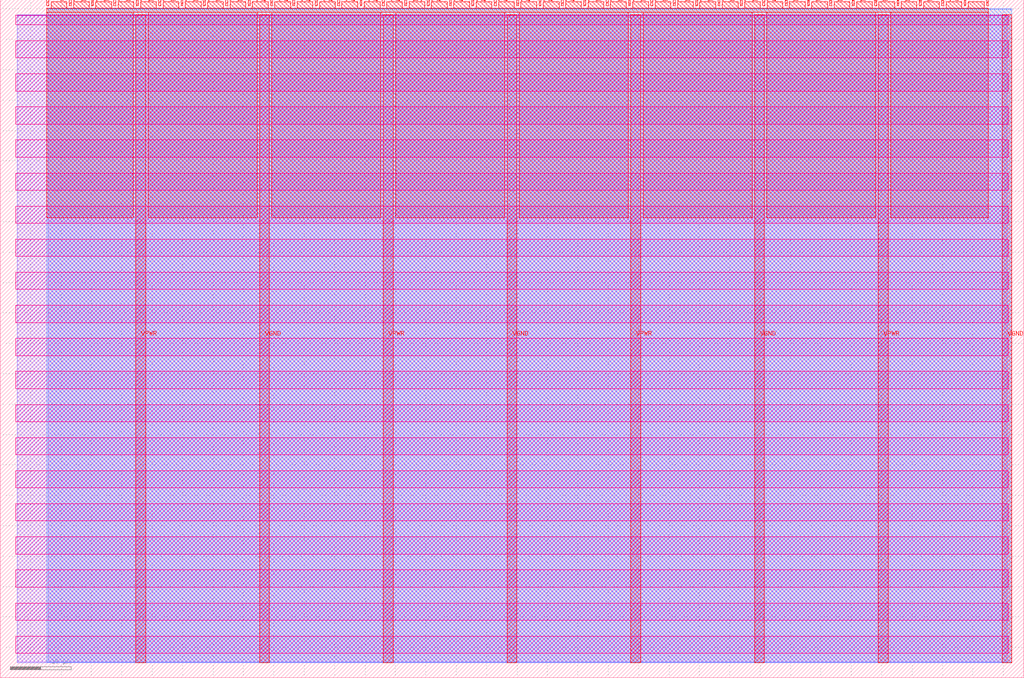
<source format=lef>
VERSION 5.7 ;
  NOWIREEXTENSIONATPIN ON ;
  DIVIDERCHAR "/" ;
  BUSBITCHARS "[]" ;
MACRO tt_um_top
  CLASS BLOCK ;
  FOREIGN tt_um_top ;
  ORIGIN 0.000 0.000 ;
  SIZE 168.360 BY 111.520 ;
  PIN VGND
    DIRECTION INOUT ;
    USE GROUND ;
    PORT
      LAYER met4 ;
        RECT 42.670 2.480 44.270 109.040 ;
    END
    PORT
      LAYER met4 ;
        RECT 83.380 2.480 84.980 109.040 ;
    END
    PORT
      LAYER met4 ;
        RECT 124.090 2.480 125.690 109.040 ;
    END
    PORT
      LAYER met4 ;
        RECT 164.800 2.480 166.400 109.040 ;
    END
  END VGND
  PIN VPWR
    DIRECTION INOUT ;
    USE POWER ;
    PORT
      LAYER met4 ;
        RECT 22.315 2.480 23.915 109.040 ;
    END
    PORT
      LAYER met4 ;
        RECT 63.025 2.480 64.625 109.040 ;
    END
    PORT
      LAYER met4 ;
        RECT 103.735 2.480 105.335 109.040 ;
    END
    PORT
      LAYER met4 ;
        RECT 144.445 2.480 146.045 109.040 ;
    END
  END VPWR
  PIN clk
    DIRECTION INPUT ;
    USE SIGNAL ;
    ANTENNAGATEAREA 0.852000 ;
    PORT
      LAYER met4 ;
        RECT 158.550 110.520 158.850 111.520 ;
    END
  END clk
  PIN ena
    DIRECTION INPUT ;
    USE SIGNAL ;
    ANTENNAGATEAREA 0.213000 ;
    PORT
      LAYER met4 ;
        RECT 162.230 110.520 162.530 111.520 ;
    END
  END ena
  PIN rst_n
    DIRECTION INPUT ;
    USE SIGNAL ;
    PORT
      LAYER met4 ;
        RECT 154.870 110.520 155.170 111.520 ;
    END
  END rst_n
  PIN ui_in[0]
    DIRECTION INPUT ;
    USE SIGNAL ;
    PORT
      LAYER met4 ;
        RECT 151.190 110.520 151.490 111.520 ;
    END
  END ui_in[0]
  PIN ui_in[1]
    DIRECTION INPUT ;
    USE SIGNAL ;
    PORT
      LAYER met4 ;
        RECT 147.510 110.520 147.810 111.520 ;
    END
  END ui_in[1]
  PIN ui_in[2]
    DIRECTION INPUT ;
    USE SIGNAL ;
    PORT
      LAYER met4 ;
        RECT 143.830 110.520 144.130 111.520 ;
    END
  END ui_in[2]
  PIN ui_in[3]
    DIRECTION INPUT ;
    USE SIGNAL ;
    PORT
      LAYER met4 ;
        RECT 140.150 110.520 140.450 111.520 ;
    END
  END ui_in[3]
  PIN ui_in[4]
    DIRECTION INPUT ;
    USE SIGNAL ;
    PORT
      LAYER met4 ;
        RECT 136.470 110.520 136.770 111.520 ;
    END
  END ui_in[4]
  PIN ui_in[5]
    DIRECTION INPUT ;
    USE SIGNAL ;
    PORT
      LAYER met4 ;
        RECT 132.790 110.520 133.090 111.520 ;
    END
  END ui_in[5]
  PIN ui_in[6]
    DIRECTION INPUT ;
    USE SIGNAL ;
    PORT
      LAYER met4 ;
        RECT 129.110 110.520 129.410 111.520 ;
    END
  END ui_in[6]
  PIN ui_in[7]
    DIRECTION INPUT ;
    USE SIGNAL ;
    PORT
      LAYER met4 ;
        RECT 125.430 110.520 125.730 111.520 ;
    END
  END ui_in[7]
  PIN uio_in[0]
    DIRECTION INPUT ;
    USE SIGNAL ;
    PORT
      LAYER met4 ;
        RECT 121.750 110.520 122.050 111.520 ;
    END
  END uio_in[0]
  PIN uio_in[1]
    DIRECTION INPUT ;
    USE SIGNAL ;
    PORT
      LAYER met4 ;
        RECT 118.070 110.520 118.370 111.520 ;
    END
  END uio_in[1]
  PIN uio_in[2]
    DIRECTION INPUT ;
    USE SIGNAL ;
    PORT
      LAYER met4 ;
        RECT 114.390 110.520 114.690 111.520 ;
    END
  END uio_in[2]
  PIN uio_in[3]
    DIRECTION INPUT ;
    USE SIGNAL ;
    PORT
      LAYER met4 ;
        RECT 110.710 110.520 111.010 111.520 ;
    END
  END uio_in[3]
  PIN uio_in[4]
    DIRECTION INPUT ;
    USE SIGNAL ;
    PORT
      LAYER met4 ;
        RECT 107.030 110.520 107.330 111.520 ;
    END
  END uio_in[4]
  PIN uio_in[5]
    DIRECTION INPUT ;
    USE SIGNAL ;
    PORT
      LAYER met4 ;
        RECT 103.350 110.520 103.650 111.520 ;
    END
  END uio_in[5]
  PIN uio_in[6]
    DIRECTION INPUT ;
    USE SIGNAL ;
    PORT
      LAYER met4 ;
        RECT 99.670 110.520 99.970 111.520 ;
    END
  END uio_in[6]
  PIN uio_in[7]
    DIRECTION INPUT ;
    USE SIGNAL ;
    PORT
      LAYER met4 ;
        RECT 95.990 110.520 96.290 111.520 ;
    END
  END uio_in[7]
  PIN uio_oe[0]
    DIRECTION OUTPUT TRISTATE ;
    USE SIGNAL ;
    PORT
      LAYER met4 ;
        RECT 33.430 110.520 33.730 111.520 ;
    END
  END uio_oe[0]
  PIN uio_oe[1]
    DIRECTION OUTPUT TRISTATE ;
    USE SIGNAL ;
    PORT
      LAYER met4 ;
        RECT 29.750 110.520 30.050 111.520 ;
    END
  END uio_oe[1]
  PIN uio_oe[2]
    DIRECTION OUTPUT TRISTATE ;
    USE SIGNAL ;
    PORT
      LAYER met4 ;
        RECT 26.070 110.520 26.370 111.520 ;
    END
  END uio_oe[2]
  PIN uio_oe[3]
    DIRECTION OUTPUT TRISTATE ;
    USE SIGNAL ;
    PORT
      LAYER met4 ;
        RECT 22.390 110.520 22.690 111.520 ;
    END
  END uio_oe[3]
  PIN uio_oe[4]
    DIRECTION OUTPUT TRISTATE ;
    USE SIGNAL ;
    PORT
      LAYER met4 ;
        RECT 18.710 110.520 19.010 111.520 ;
    END
  END uio_oe[4]
  PIN uio_oe[5]
    DIRECTION OUTPUT TRISTATE ;
    USE SIGNAL ;
    PORT
      LAYER met4 ;
        RECT 15.030 110.520 15.330 111.520 ;
    END
  END uio_oe[5]
  PIN uio_oe[6]
    DIRECTION OUTPUT TRISTATE ;
    USE SIGNAL ;
    PORT
      LAYER met4 ;
        RECT 11.350 110.520 11.650 111.520 ;
    END
  END uio_oe[6]
  PIN uio_oe[7]
    DIRECTION OUTPUT TRISTATE ;
    USE SIGNAL ;
    PORT
      LAYER met4 ;
        RECT 7.670 110.520 7.970 111.520 ;
    END
  END uio_oe[7]
  PIN uio_out[0]
    DIRECTION OUTPUT TRISTATE ;
    USE SIGNAL ;
    PORT
      LAYER met4 ;
        RECT 62.870 110.520 63.170 111.520 ;
    END
  END uio_out[0]
  PIN uio_out[1]
    DIRECTION OUTPUT TRISTATE ;
    USE SIGNAL ;
    ANTENNADIFFAREA 0.445500 ;
    PORT
      LAYER met4 ;
        RECT 59.190 110.520 59.490 111.520 ;
    END
  END uio_out[1]
  PIN uio_out[2]
    DIRECTION OUTPUT TRISTATE ;
    USE SIGNAL ;
    ANTENNADIFFAREA 1.683800 ;
    PORT
      LAYER met4 ;
        RECT 55.510 110.520 55.810 111.520 ;
    END
  END uio_out[2]
  PIN uio_out[3]
    DIRECTION OUTPUT TRISTATE ;
    USE SIGNAL ;
    ANTENNADIFFAREA 0.891000 ;
    PORT
      LAYER met4 ;
        RECT 51.830 110.520 52.130 111.520 ;
    END
  END uio_out[3]
  PIN uio_out[4]
    DIRECTION OUTPUT TRISTATE ;
    USE SIGNAL ;
    ANTENNADIFFAREA 0.795200 ;
    PORT
      LAYER met4 ;
        RECT 48.150 110.520 48.450 111.520 ;
    END
  END uio_out[4]
  PIN uio_out[5]
    DIRECTION OUTPUT TRISTATE ;
    USE SIGNAL ;
    ANTENNADIFFAREA 0.891000 ;
    PORT
      LAYER met4 ;
        RECT 44.470 110.520 44.770 111.520 ;
    END
  END uio_out[5]
  PIN uio_out[6]
    DIRECTION OUTPUT TRISTATE ;
    USE SIGNAL ;
    ANTENNADIFFAREA 0.891000 ;
    PORT
      LAYER met4 ;
        RECT 40.790 110.520 41.090 111.520 ;
    END
  END uio_out[6]
  PIN uio_out[7]
    DIRECTION OUTPUT TRISTATE ;
    USE SIGNAL ;
    ANTENNADIFFAREA 0.911000 ;
    PORT
      LAYER met4 ;
        RECT 37.110 110.520 37.410 111.520 ;
    END
  END uio_out[7]
  PIN uo_out[0]
    DIRECTION OUTPUT TRISTATE ;
    USE SIGNAL ;
    PORT
      LAYER met4 ;
        RECT 92.310 110.520 92.610 111.520 ;
    END
  END uo_out[0]
  PIN uo_out[1]
    DIRECTION OUTPUT TRISTATE ;
    USE SIGNAL ;
    ANTENNADIFFAREA 0.445500 ;
    PORT
      LAYER met4 ;
        RECT 88.630 110.520 88.930 111.520 ;
    END
  END uo_out[1]
  PIN uo_out[2]
    DIRECTION OUTPUT TRISTATE ;
    USE SIGNAL ;
    ANTENNADIFFAREA 1.683800 ;
    PORT
      LAYER met4 ;
        RECT 84.950 110.520 85.250 111.520 ;
    END
  END uo_out[2]
  PIN uo_out[3]
    DIRECTION OUTPUT TRISTATE ;
    USE SIGNAL ;
    ANTENNADIFFAREA 0.891000 ;
    PORT
      LAYER met4 ;
        RECT 81.270 110.520 81.570 111.520 ;
    END
  END uo_out[3]
  PIN uo_out[4]
    DIRECTION OUTPUT TRISTATE ;
    USE SIGNAL ;
    ANTENNADIFFAREA 0.795200 ;
    PORT
      LAYER met4 ;
        RECT 77.590 110.520 77.890 111.520 ;
    END
  END uo_out[4]
  PIN uo_out[5]
    DIRECTION OUTPUT TRISTATE ;
    USE SIGNAL ;
    ANTENNADIFFAREA 0.891000 ;
    PORT
      LAYER met4 ;
        RECT 73.910 110.520 74.210 111.520 ;
    END
  END uo_out[5]
  PIN uo_out[6]
    DIRECTION OUTPUT TRISTATE ;
    USE SIGNAL ;
    ANTENNADIFFAREA 0.445500 ;
    PORT
      LAYER met4 ;
        RECT 70.230 110.520 70.530 111.520 ;
    END
  END uo_out[6]
  PIN uo_out[7]
    DIRECTION OUTPUT TRISTATE ;
    USE SIGNAL ;
    ANTENNADIFFAREA 0.911000 ;
    PORT
      LAYER met4 ;
        RECT 66.550 110.520 66.850 111.520 ;
    END
  END uo_out[7]
  OBS
      LAYER nwell ;
        RECT 2.570 107.385 165.790 108.990 ;
        RECT 2.570 101.945 165.790 104.775 ;
        RECT 2.570 96.505 165.790 99.335 ;
        RECT 2.570 91.065 165.790 93.895 ;
        RECT 2.570 85.625 165.790 88.455 ;
        RECT 2.570 80.185 165.790 83.015 ;
        RECT 2.570 74.745 165.790 77.575 ;
        RECT 2.570 69.305 165.790 72.135 ;
        RECT 2.570 63.865 165.790 66.695 ;
        RECT 2.570 58.425 165.790 61.255 ;
        RECT 2.570 52.985 165.790 55.815 ;
        RECT 2.570 47.545 165.790 50.375 ;
        RECT 2.570 42.105 165.790 44.935 ;
        RECT 2.570 36.665 165.790 39.495 ;
        RECT 2.570 31.225 165.790 34.055 ;
        RECT 2.570 25.785 165.790 28.615 ;
        RECT 2.570 20.345 165.790 23.175 ;
        RECT 2.570 14.905 165.790 17.735 ;
        RECT 2.570 9.465 165.790 12.295 ;
        RECT 2.570 4.025 165.790 6.855 ;
      LAYER li1 ;
        RECT 2.760 2.635 165.600 108.885 ;
      LAYER met1 ;
        RECT 2.760 2.480 166.400 109.040 ;
      LAYER met2 ;
        RECT 7.910 2.535 166.370 110.005 ;
      LAYER met3 ;
        RECT 7.630 2.555 166.390 109.985 ;
      LAYER met4 ;
        RECT 8.370 110.120 10.950 111.170 ;
        RECT 12.050 110.120 14.630 111.170 ;
        RECT 15.730 110.120 18.310 111.170 ;
        RECT 19.410 110.120 21.990 111.170 ;
        RECT 23.090 110.120 25.670 111.170 ;
        RECT 26.770 110.120 29.350 111.170 ;
        RECT 30.450 110.120 33.030 111.170 ;
        RECT 34.130 110.120 36.710 111.170 ;
        RECT 37.810 110.120 40.390 111.170 ;
        RECT 41.490 110.120 44.070 111.170 ;
        RECT 45.170 110.120 47.750 111.170 ;
        RECT 48.850 110.120 51.430 111.170 ;
        RECT 52.530 110.120 55.110 111.170 ;
        RECT 56.210 110.120 58.790 111.170 ;
        RECT 59.890 110.120 62.470 111.170 ;
        RECT 63.570 110.120 66.150 111.170 ;
        RECT 67.250 110.120 69.830 111.170 ;
        RECT 70.930 110.120 73.510 111.170 ;
        RECT 74.610 110.120 77.190 111.170 ;
        RECT 78.290 110.120 80.870 111.170 ;
        RECT 81.970 110.120 84.550 111.170 ;
        RECT 85.650 110.120 88.230 111.170 ;
        RECT 89.330 110.120 91.910 111.170 ;
        RECT 93.010 110.120 95.590 111.170 ;
        RECT 96.690 110.120 99.270 111.170 ;
        RECT 100.370 110.120 102.950 111.170 ;
        RECT 104.050 110.120 106.630 111.170 ;
        RECT 107.730 110.120 110.310 111.170 ;
        RECT 111.410 110.120 113.990 111.170 ;
        RECT 115.090 110.120 117.670 111.170 ;
        RECT 118.770 110.120 121.350 111.170 ;
        RECT 122.450 110.120 125.030 111.170 ;
        RECT 126.130 110.120 128.710 111.170 ;
        RECT 129.810 110.120 132.390 111.170 ;
        RECT 133.490 110.120 136.070 111.170 ;
        RECT 137.170 110.120 139.750 111.170 ;
        RECT 140.850 110.120 143.430 111.170 ;
        RECT 144.530 110.120 147.110 111.170 ;
        RECT 148.210 110.120 150.790 111.170 ;
        RECT 151.890 110.120 154.470 111.170 ;
        RECT 155.570 110.120 158.150 111.170 ;
        RECT 159.250 110.120 161.830 111.170 ;
        RECT 7.655 109.440 162.545 110.120 ;
        RECT 7.655 75.655 21.915 109.440 ;
        RECT 24.315 75.655 42.270 109.440 ;
        RECT 44.670 75.655 62.625 109.440 ;
        RECT 65.025 75.655 82.980 109.440 ;
        RECT 85.380 75.655 103.335 109.440 ;
        RECT 105.735 75.655 123.690 109.440 ;
        RECT 126.090 75.655 144.045 109.440 ;
        RECT 146.445 75.655 162.545 109.440 ;
  END
END tt_um_top
END LIBRARY


</source>
